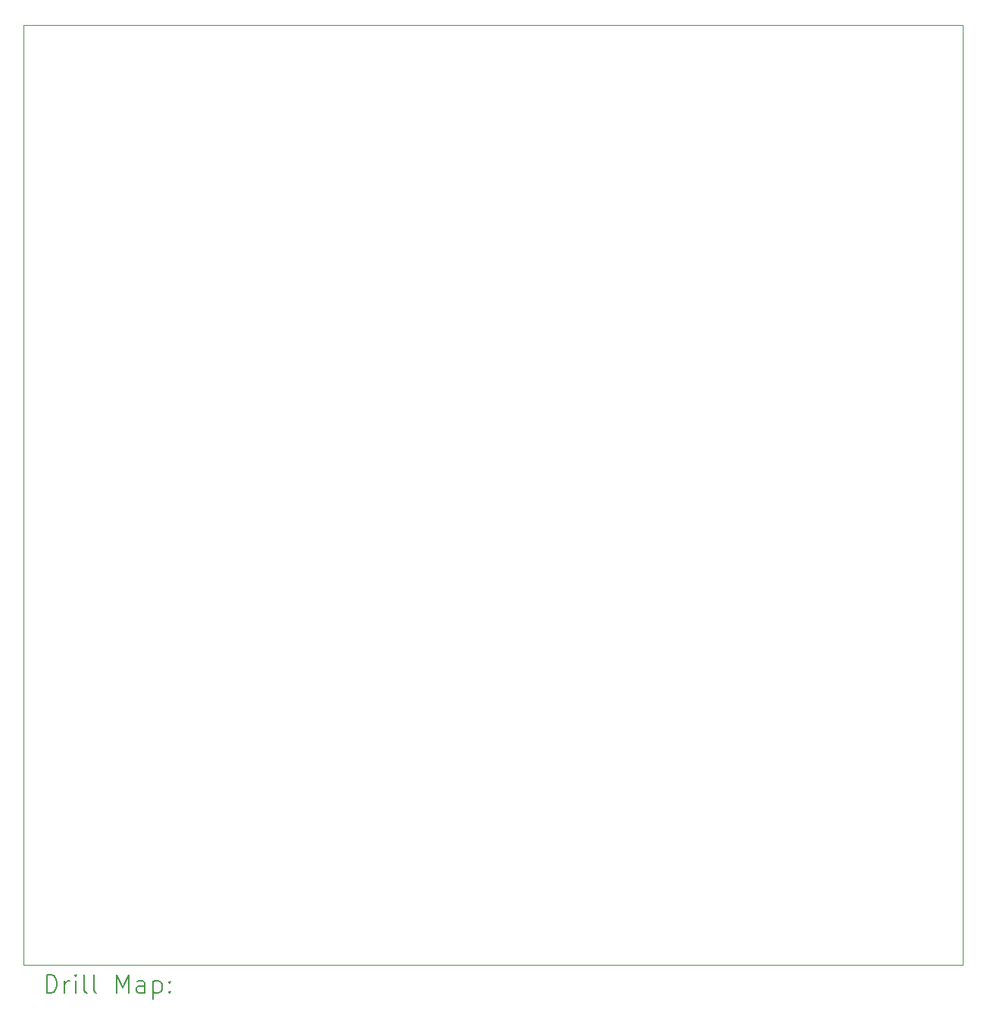
<source format=gbr>
%TF.GenerationSoftware,KiCad,Pcbnew,8.0.4*%
%TF.CreationDate,2024-08-04T14:27:04+02:00*%
%TF.ProjectId,Neopixel,4e656f70-6978-4656-9c2e-6b696361645f,rev?*%
%TF.SameCoordinates,Original*%
%TF.FileFunction,Drillmap*%
%TF.FilePolarity,Positive*%
%FSLAX45Y45*%
G04 Gerber Fmt 4.5, Leading zero omitted, Abs format (unit mm)*
G04 Created by KiCad (PCBNEW 8.0.4) date 2024-08-04 14:27:04*
%MOMM*%
%LPD*%
G01*
G04 APERTURE LIST*
%ADD10C,0.050000*%
%ADD11C,0.200000*%
G04 APERTURE END LIST*
D10*
X750000Y-750000D02*
X11250000Y-750000D01*
X11250000Y-11250000D01*
X750000Y-11250000D01*
X750000Y-750000D01*
D11*
X1008277Y-11563984D02*
X1008277Y-11363984D01*
X1008277Y-11363984D02*
X1055896Y-11363984D01*
X1055896Y-11363984D02*
X1084467Y-11373508D01*
X1084467Y-11373508D02*
X1103515Y-11392555D01*
X1103515Y-11392555D02*
X1113039Y-11411603D01*
X1113039Y-11411603D02*
X1122563Y-11449698D01*
X1122563Y-11449698D02*
X1122563Y-11478269D01*
X1122563Y-11478269D02*
X1113039Y-11516365D01*
X1113039Y-11516365D02*
X1103515Y-11535412D01*
X1103515Y-11535412D02*
X1084467Y-11554460D01*
X1084467Y-11554460D02*
X1055896Y-11563984D01*
X1055896Y-11563984D02*
X1008277Y-11563984D01*
X1208277Y-11563984D02*
X1208277Y-11430650D01*
X1208277Y-11468746D02*
X1217801Y-11449698D01*
X1217801Y-11449698D02*
X1227324Y-11440174D01*
X1227324Y-11440174D02*
X1246372Y-11430650D01*
X1246372Y-11430650D02*
X1265420Y-11430650D01*
X1332086Y-11563984D02*
X1332086Y-11430650D01*
X1332086Y-11363984D02*
X1322563Y-11373508D01*
X1322563Y-11373508D02*
X1332086Y-11383031D01*
X1332086Y-11383031D02*
X1341610Y-11373508D01*
X1341610Y-11373508D02*
X1332086Y-11363984D01*
X1332086Y-11363984D02*
X1332086Y-11383031D01*
X1455896Y-11563984D02*
X1436848Y-11554460D01*
X1436848Y-11554460D02*
X1427324Y-11535412D01*
X1427324Y-11535412D02*
X1427324Y-11363984D01*
X1560658Y-11563984D02*
X1541610Y-11554460D01*
X1541610Y-11554460D02*
X1532086Y-11535412D01*
X1532086Y-11535412D02*
X1532086Y-11363984D01*
X1789229Y-11563984D02*
X1789229Y-11363984D01*
X1789229Y-11363984D02*
X1855896Y-11506841D01*
X1855896Y-11506841D02*
X1922562Y-11363984D01*
X1922562Y-11363984D02*
X1922562Y-11563984D01*
X2103515Y-11563984D02*
X2103515Y-11459222D01*
X2103515Y-11459222D02*
X2093991Y-11440174D01*
X2093991Y-11440174D02*
X2074943Y-11430650D01*
X2074943Y-11430650D02*
X2036848Y-11430650D01*
X2036848Y-11430650D02*
X2017801Y-11440174D01*
X2103515Y-11554460D02*
X2084467Y-11563984D01*
X2084467Y-11563984D02*
X2036848Y-11563984D01*
X2036848Y-11563984D02*
X2017801Y-11554460D01*
X2017801Y-11554460D02*
X2008277Y-11535412D01*
X2008277Y-11535412D02*
X2008277Y-11516365D01*
X2008277Y-11516365D02*
X2017801Y-11497317D01*
X2017801Y-11497317D02*
X2036848Y-11487793D01*
X2036848Y-11487793D02*
X2084467Y-11487793D01*
X2084467Y-11487793D02*
X2103515Y-11478269D01*
X2198753Y-11430650D02*
X2198753Y-11630650D01*
X2198753Y-11440174D02*
X2217801Y-11430650D01*
X2217801Y-11430650D02*
X2255896Y-11430650D01*
X2255896Y-11430650D02*
X2274944Y-11440174D01*
X2274944Y-11440174D02*
X2284467Y-11449698D01*
X2284467Y-11449698D02*
X2293991Y-11468746D01*
X2293991Y-11468746D02*
X2293991Y-11525888D01*
X2293991Y-11525888D02*
X2284467Y-11544936D01*
X2284467Y-11544936D02*
X2274944Y-11554460D01*
X2274944Y-11554460D02*
X2255896Y-11563984D01*
X2255896Y-11563984D02*
X2217801Y-11563984D01*
X2217801Y-11563984D02*
X2198753Y-11554460D01*
X2379705Y-11544936D02*
X2389229Y-11554460D01*
X2389229Y-11554460D02*
X2379705Y-11563984D01*
X2379705Y-11563984D02*
X2370182Y-11554460D01*
X2370182Y-11554460D02*
X2379705Y-11544936D01*
X2379705Y-11544936D02*
X2379705Y-11563984D01*
X2379705Y-11440174D02*
X2389229Y-11449698D01*
X2389229Y-11449698D02*
X2379705Y-11459222D01*
X2379705Y-11459222D02*
X2370182Y-11449698D01*
X2370182Y-11449698D02*
X2379705Y-11440174D01*
X2379705Y-11440174D02*
X2379705Y-11459222D01*
M02*

</source>
